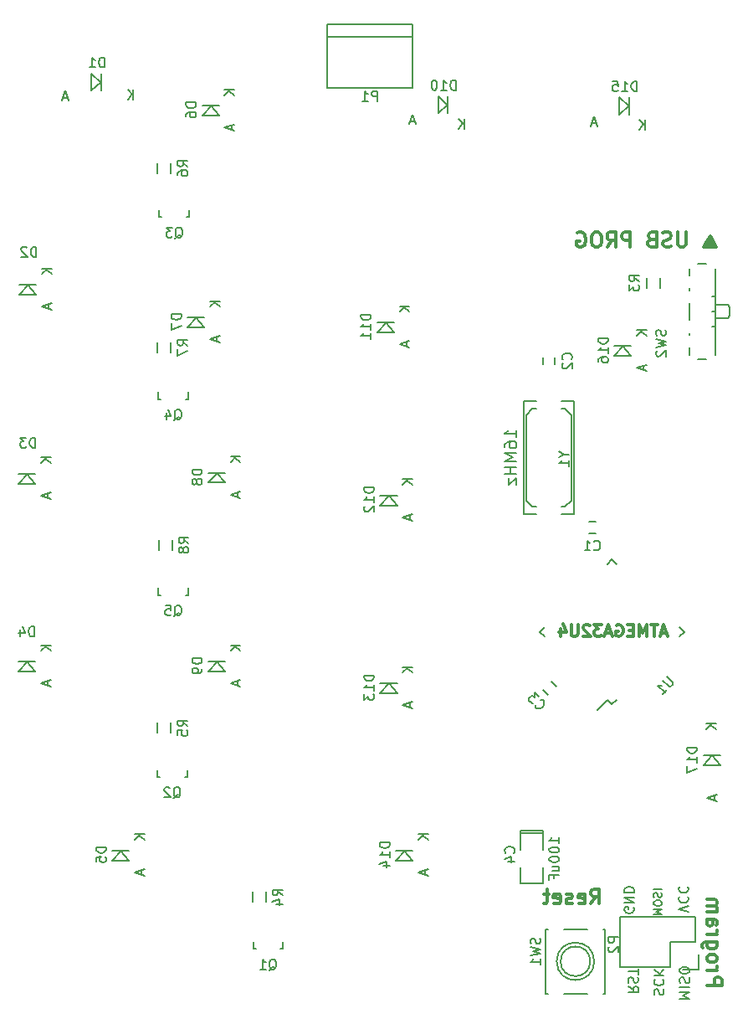
<source format=gbo>
G04 #@! TF.FileFunction,Legend,Bot*
%FSLAX46Y46*%
G04 Gerber Fmt 4.6, Leading zero omitted, Abs format (unit mm)*
G04 Created by KiCad (PCBNEW 4.0.1-stable) date 8/2/2016 8:04:58 AM*
%MOMM*%
G01*
G04 APERTURE LIST*
%ADD10C,0.100000*%
%ADD11C,0.200000*%
%ADD12C,0.300000*%
%ADD13C,0.150000*%
G04 APERTURE END LIST*
D10*
D11*
X161842857Y-88971429D02*
X161842857Y-88285714D01*
X161842857Y-88628572D02*
X160642857Y-88628572D01*
X160814286Y-88514286D01*
X160928571Y-88400000D01*
X160985714Y-88285714D01*
X160642857Y-90000000D02*
X160642857Y-89771429D01*
X160700000Y-89657143D01*
X160757143Y-89600000D01*
X160928571Y-89485714D01*
X161157143Y-89428571D01*
X161614286Y-89428571D01*
X161728571Y-89485714D01*
X161785714Y-89542857D01*
X161842857Y-89657143D01*
X161842857Y-89885714D01*
X161785714Y-90000000D01*
X161728571Y-90057143D01*
X161614286Y-90114286D01*
X161328571Y-90114286D01*
X161214286Y-90057143D01*
X161157143Y-90000000D01*
X161100000Y-89885714D01*
X161100000Y-89657143D01*
X161157143Y-89542857D01*
X161214286Y-89485714D01*
X161328571Y-89428571D01*
X161842857Y-90628571D02*
X160642857Y-90628571D01*
X161500000Y-91028571D01*
X160642857Y-91428571D01*
X161842857Y-91428571D01*
X161842857Y-92000000D02*
X160642857Y-92000000D01*
X161214286Y-92000000D02*
X161214286Y-92685715D01*
X161842857Y-92685715D02*
X160642857Y-92685715D01*
X161042857Y-93142858D02*
X161042857Y-93771429D01*
X161842857Y-93142858D01*
X161842857Y-93771429D01*
D12*
X177028571Y-108800000D02*
X176457142Y-108800000D01*
X177142856Y-109142857D02*
X176742856Y-107942857D01*
X176342856Y-109142857D01*
X176114285Y-107942857D02*
X175428571Y-107942857D01*
X175771428Y-109142857D02*
X175771428Y-107942857D01*
X175028571Y-109142857D02*
X175028571Y-107942857D01*
X174628571Y-108800000D01*
X174228571Y-107942857D01*
X174228571Y-109142857D01*
X173657142Y-108514286D02*
X173257142Y-108514286D01*
X173085713Y-109142857D02*
X173657142Y-109142857D01*
X173657142Y-107942857D01*
X173085713Y-107942857D01*
X171942856Y-108000000D02*
X172057142Y-107942857D01*
X172228571Y-107942857D01*
X172399999Y-108000000D01*
X172514285Y-108114286D01*
X172571428Y-108228571D01*
X172628571Y-108457143D01*
X172628571Y-108628571D01*
X172571428Y-108857143D01*
X172514285Y-108971429D01*
X172399999Y-109085714D01*
X172228571Y-109142857D01*
X172114285Y-109142857D01*
X171942856Y-109085714D01*
X171885713Y-109028571D01*
X171885713Y-108628571D01*
X172114285Y-108628571D01*
X171428571Y-108800000D02*
X170857142Y-108800000D01*
X171542856Y-109142857D02*
X171142856Y-107942857D01*
X170742856Y-109142857D01*
X170457142Y-107942857D02*
X169714285Y-107942857D01*
X170114285Y-108400000D01*
X169942857Y-108400000D01*
X169828571Y-108457143D01*
X169771428Y-108514286D01*
X169714285Y-108628571D01*
X169714285Y-108914286D01*
X169771428Y-109028571D01*
X169828571Y-109085714D01*
X169942857Y-109142857D01*
X170285714Y-109142857D01*
X170400000Y-109085714D01*
X170457142Y-109028571D01*
X169257143Y-108057143D02*
X169200000Y-108000000D01*
X169085714Y-107942857D01*
X168800000Y-107942857D01*
X168685714Y-108000000D01*
X168628571Y-108057143D01*
X168571428Y-108171429D01*
X168571428Y-108285714D01*
X168628571Y-108457143D01*
X169314285Y-109142857D01*
X168571428Y-109142857D01*
X168057143Y-107942857D02*
X168057143Y-108914286D01*
X168000000Y-109028571D01*
X167942857Y-109085714D01*
X167828571Y-109142857D01*
X167600000Y-109142857D01*
X167485714Y-109085714D01*
X167428571Y-109028571D01*
X167371428Y-108914286D01*
X167371428Y-107942857D01*
X166285714Y-108342857D02*
X166285714Y-109142857D01*
X166571428Y-107885714D02*
X166857143Y-108742857D01*
X166114285Y-108742857D01*
X181121429Y-144457142D02*
X182621429Y-144457142D01*
X182621429Y-143885714D01*
X182550000Y-143742856D01*
X182478571Y-143671428D01*
X182335714Y-143599999D01*
X182121429Y-143599999D01*
X181978571Y-143671428D01*
X181907143Y-143742856D01*
X181835714Y-143885714D01*
X181835714Y-144457142D01*
X181121429Y-142957142D02*
X182121429Y-142957142D01*
X181835714Y-142957142D02*
X181978571Y-142885714D01*
X182050000Y-142814285D01*
X182121429Y-142671428D01*
X182121429Y-142528571D01*
X181121429Y-141814285D02*
X181192857Y-141957143D01*
X181264286Y-142028571D01*
X181407143Y-142100000D01*
X181835714Y-142100000D01*
X181978571Y-142028571D01*
X182050000Y-141957143D01*
X182121429Y-141814285D01*
X182121429Y-141600000D01*
X182050000Y-141457143D01*
X181978571Y-141385714D01*
X181835714Y-141314285D01*
X181407143Y-141314285D01*
X181264286Y-141385714D01*
X181192857Y-141457143D01*
X181121429Y-141600000D01*
X181121429Y-141814285D01*
X182121429Y-140028571D02*
X180907143Y-140028571D01*
X180764286Y-140100000D01*
X180692857Y-140171428D01*
X180621429Y-140314285D01*
X180621429Y-140528571D01*
X180692857Y-140671428D01*
X181192857Y-140028571D02*
X181121429Y-140171428D01*
X181121429Y-140457142D01*
X181192857Y-140600000D01*
X181264286Y-140671428D01*
X181407143Y-140742857D01*
X181835714Y-140742857D01*
X181978571Y-140671428D01*
X182050000Y-140600000D01*
X182121429Y-140457142D01*
X182121429Y-140171428D01*
X182050000Y-140028571D01*
X181121429Y-139314285D02*
X182121429Y-139314285D01*
X181835714Y-139314285D02*
X181978571Y-139242857D01*
X182050000Y-139171428D01*
X182121429Y-139028571D01*
X182121429Y-138885714D01*
X181121429Y-137742857D02*
X181907143Y-137742857D01*
X182050000Y-137814286D01*
X182121429Y-137957143D01*
X182121429Y-138242857D01*
X182050000Y-138385714D01*
X181192857Y-137742857D02*
X181121429Y-137885714D01*
X181121429Y-138242857D01*
X181192857Y-138385714D01*
X181335714Y-138457143D01*
X181478571Y-138457143D01*
X181621429Y-138385714D01*
X181692857Y-138242857D01*
X181692857Y-137885714D01*
X181764286Y-137742857D01*
X181121429Y-137028571D02*
X182121429Y-137028571D01*
X181978571Y-137028571D02*
X182050000Y-136957143D01*
X182121429Y-136814285D01*
X182121429Y-136600000D01*
X182050000Y-136457143D01*
X181907143Y-136385714D01*
X181121429Y-136385714D01*
X181907143Y-136385714D02*
X182050000Y-136314285D01*
X182121429Y-136171428D01*
X182121429Y-135957143D01*
X182050000Y-135814285D01*
X181907143Y-135742857D01*
X181121429Y-135742857D01*
D11*
X178347619Y-145771428D02*
X179347619Y-145771428D01*
X178633333Y-145438094D01*
X179347619Y-145104761D01*
X178347619Y-145104761D01*
X178347619Y-144628571D02*
X179347619Y-144628571D01*
X178395238Y-144200000D02*
X178347619Y-144057143D01*
X178347619Y-143819047D01*
X178395238Y-143723809D01*
X178442857Y-143676190D01*
X178538095Y-143628571D01*
X178633333Y-143628571D01*
X178728571Y-143676190D01*
X178776190Y-143723809D01*
X178823810Y-143819047D01*
X178871429Y-144009524D01*
X178919048Y-144104762D01*
X178966667Y-144152381D01*
X179061905Y-144200000D01*
X179157143Y-144200000D01*
X179252381Y-144152381D01*
X179300000Y-144104762D01*
X179347619Y-144009524D01*
X179347619Y-143771428D01*
X179300000Y-143628571D01*
X179347619Y-143009524D02*
X179347619Y-142819047D01*
X179300000Y-142723809D01*
X179204762Y-142628571D01*
X179014286Y-142580952D01*
X178680952Y-142580952D01*
X178490476Y-142628571D01*
X178395238Y-142723809D01*
X178347619Y-142819047D01*
X178347619Y-143009524D01*
X178395238Y-143104762D01*
X178490476Y-143200000D01*
X178680952Y-143247619D01*
X179014286Y-143247619D01*
X179204762Y-143200000D01*
X179300000Y-143104762D01*
X179347619Y-143009524D01*
X175795238Y-145385714D02*
X175747619Y-145242857D01*
X175747619Y-145004761D01*
X175795238Y-144909523D01*
X175842857Y-144861904D01*
X175938095Y-144814285D01*
X176033333Y-144814285D01*
X176128571Y-144861904D01*
X176176190Y-144909523D01*
X176223810Y-145004761D01*
X176271429Y-145195238D01*
X176319048Y-145290476D01*
X176366667Y-145338095D01*
X176461905Y-145385714D01*
X176557143Y-145385714D01*
X176652381Y-145338095D01*
X176700000Y-145290476D01*
X176747619Y-145195238D01*
X176747619Y-144957142D01*
X176700000Y-144814285D01*
X175842857Y-143814285D02*
X175795238Y-143861904D01*
X175747619Y-144004761D01*
X175747619Y-144099999D01*
X175795238Y-144242857D01*
X175890476Y-144338095D01*
X175985714Y-144385714D01*
X176176190Y-144433333D01*
X176319048Y-144433333D01*
X176509524Y-144385714D01*
X176604762Y-144338095D01*
X176700000Y-144242857D01*
X176747619Y-144099999D01*
X176747619Y-144004761D01*
X176700000Y-143861904D01*
X176652381Y-143814285D01*
X175747619Y-143385714D02*
X176747619Y-143385714D01*
X175747619Y-142814285D02*
X176319048Y-143242857D01*
X176747619Y-142814285D02*
X176176190Y-143385714D01*
X173147619Y-144547619D02*
X173623810Y-144880953D01*
X173147619Y-145119048D02*
X174147619Y-145119048D01*
X174147619Y-144738095D01*
X174100000Y-144642857D01*
X174052381Y-144595238D01*
X173957143Y-144547619D01*
X173814286Y-144547619D01*
X173719048Y-144595238D01*
X173671429Y-144642857D01*
X173623810Y-144738095D01*
X173623810Y-145119048D01*
X173195238Y-144166667D02*
X173147619Y-144023810D01*
X173147619Y-143785714D01*
X173195238Y-143690476D01*
X173242857Y-143642857D01*
X173338095Y-143595238D01*
X173433333Y-143595238D01*
X173528571Y-143642857D01*
X173576190Y-143690476D01*
X173623810Y-143785714D01*
X173671429Y-143976191D01*
X173719048Y-144071429D01*
X173766667Y-144119048D01*
X173861905Y-144166667D01*
X173957143Y-144166667D01*
X174052381Y-144119048D01*
X174100000Y-144071429D01*
X174147619Y-143976191D01*
X174147619Y-143738095D01*
X174100000Y-143595238D01*
X174147619Y-143309524D02*
X174147619Y-142738095D01*
X173147619Y-143023810D02*
X174147619Y-143023810D01*
X179247619Y-137033333D02*
X178247619Y-136700000D01*
X179247619Y-136366666D01*
X178342857Y-135461904D02*
X178295238Y-135509523D01*
X178247619Y-135652380D01*
X178247619Y-135747618D01*
X178295238Y-135890476D01*
X178390476Y-135985714D01*
X178485714Y-136033333D01*
X178676190Y-136080952D01*
X178819048Y-136080952D01*
X179009524Y-136033333D01*
X179104762Y-135985714D01*
X179200000Y-135890476D01*
X179247619Y-135747618D01*
X179247619Y-135652380D01*
X179200000Y-135509523D01*
X179152381Y-135461904D01*
X178342857Y-134461904D02*
X178295238Y-134509523D01*
X178247619Y-134652380D01*
X178247619Y-134747618D01*
X178295238Y-134890476D01*
X178390476Y-134985714D01*
X178485714Y-135033333D01*
X178676190Y-135080952D01*
X178819048Y-135080952D01*
X179009524Y-135033333D01*
X179104762Y-134985714D01*
X179200000Y-134890476D01*
X179247619Y-134747618D01*
X179247619Y-134652380D01*
X179200000Y-134509523D01*
X179152381Y-134461904D01*
D13*
X175738095Y-137257143D02*
X176538095Y-137257143D01*
X175966667Y-136990476D01*
X176538095Y-136723809D01*
X175738095Y-136723809D01*
X176538095Y-136190476D02*
X176538095Y-136038095D01*
X176500000Y-135961904D01*
X176423810Y-135885714D01*
X176271429Y-135847619D01*
X176004762Y-135847619D01*
X175852381Y-135885714D01*
X175776190Y-135961904D01*
X175738095Y-136038095D01*
X175738095Y-136190476D01*
X175776190Y-136266666D01*
X175852381Y-136342857D01*
X176004762Y-136380952D01*
X176271429Y-136380952D01*
X176423810Y-136342857D01*
X176500000Y-136266666D01*
X176538095Y-136190476D01*
X175776190Y-135542857D02*
X175738095Y-135428571D01*
X175738095Y-135238095D01*
X175776190Y-135161905D01*
X175814286Y-135123809D01*
X175890476Y-135085714D01*
X175966667Y-135085714D01*
X176042857Y-135123809D01*
X176080952Y-135161905D01*
X176119048Y-135238095D01*
X176157143Y-135390476D01*
X176195238Y-135466667D01*
X176233333Y-135504762D01*
X176309524Y-135542857D01*
X176385714Y-135542857D01*
X176461905Y-135504762D01*
X176500000Y-135466667D01*
X176538095Y-135390476D01*
X176538095Y-135200000D01*
X176500000Y-135085714D01*
X175738095Y-134742857D02*
X176538095Y-134742857D01*
D11*
X173700000Y-136561904D02*
X173747619Y-136657142D01*
X173747619Y-136799999D01*
X173700000Y-136942857D01*
X173604762Y-137038095D01*
X173509524Y-137085714D01*
X173319048Y-137133333D01*
X173176190Y-137133333D01*
X172985714Y-137085714D01*
X172890476Y-137038095D01*
X172795238Y-136942857D01*
X172747619Y-136799999D01*
X172747619Y-136704761D01*
X172795238Y-136561904D01*
X172842857Y-136514285D01*
X173176190Y-136514285D01*
X173176190Y-136704761D01*
X172747619Y-136085714D02*
X173747619Y-136085714D01*
X172747619Y-135514285D01*
X173747619Y-135514285D01*
X172747619Y-135038095D02*
X173747619Y-135038095D01*
X173747619Y-134800000D01*
X173700000Y-134657142D01*
X173604762Y-134561904D01*
X173509524Y-134514285D01*
X173319048Y-134466666D01*
X173176190Y-134466666D01*
X172985714Y-134514285D01*
X172890476Y-134561904D01*
X172795238Y-134657142D01*
X172747619Y-134800000D01*
X172747619Y-135038095D01*
D12*
X169357142Y-136178571D02*
X169857142Y-135464286D01*
X170214285Y-136178571D02*
X170214285Y-134678571D01*
X169642857Y-134678571D01*
X169499999Y-134750000D01*
X169428571Y-134821429D01*
X169357142Y-134964286D01*
X169357142Y-135178571D01*
X169428571Y-135321429D01*
X169499999Y-135392857D01*
X169642857Y-135464286D01*
X170214285Y-135464286D01*
X168142857Y-136107143D02*
X168285714Y-136178571D01*
X168571428Y-136178571D01*
X168714285Y-136107143D01*
X168785714Y-135964286D01*
X168785714Y-135392857D01*
X168714285Y-135250000D01*
X168571428Y-135178571D01*
X168285714Y-135178571D01*
X168142857Y-135250000D01*
X168071428Y-135392857D01*
X168071428Y-135535714D01*
X168785714Y-135678571D01*
X167500000Y-136107143D02*
X167357143Y-136178571D01*
X167071428Y-136178571D01*
X166928571Y-136107143D01*
X166857143Y-135964286D01*
X166857143Y-135892857D01*
X166928571Y-135750000D01*
X167071428Y-135678571D01*
X167285714Y-135678571D01*
X167428571Y-135607143D01*
X167500000Y-135464286D01*
X167500000Y-135392857D01*
X167428571Y-135250000D01*
X167285714Y-135178571D01*
X167071428Y-135178571D01*
X166928571Y-135250000D01*
X165642857Y-136107143D02*
X165785714Y-136178571D01*
X166071428Y-136178571D01*
X166214285Y-136107143D01*
X166285714Y-135964286D01*
X166285714Y-135392857D01*
X166214285Y-135250000D01*
X166071428Y-135178571D01*
X165785714Y-135178571D01*
X165642857Y-135250000D01*
X165571428Y-135392857D01*
X165571428Y-135535714D01*
X166285714Y-135678571D01*
X165142857Y-135178571D02*
X164571428Y-135178571D01*
X164928571Y-134678571D02*
X164928571Y-135964286D01*
X164857143Y-136107143D01*
X164714285Y-136178571D01*
X164571428Y-136178571D01*
X182000000Y-69707143D02*
X182000000Y-69778571D01*
X181928572Y-69564286D02*
X181928572Y-69778571D01*
X181857143Y-69421429D02*
X181857143Y-69778571D01*
X181785714Y-69278571D02*
X181785714Y-69778571D01*
X181714286Y-69207143D02*
X181714286Y-69778571D01*
X181642857Y-69064286D02*
X181642857Y-69778571D01*
X181571429Y-68921429D02*
X181571429Y-69778571D01*
X181500000Y-68778571D02*
X181500000Y-69778571D01*
X181428572Y-68635714D02*
X181428572Y-69778571D01*
X181357143Y-68778571D02*
X181357143Y-69778571D01*
X181285714Y-68921429D02*
X181285714Y-69778571D01*
X181214286Y-69064286D02*
X181214286Y-69778571D01*
X181142857Y-69207143D02*
X181142857Y-69778571D01*
X181071429Y-69278571D02*
X181071429Y-69778571D01*
X181000000Y-69421429D02*
X181000000Y-69778571D01*
X180928572Y-69564286D02*
X180928572Y-69778571D01*
X180857143Y-69778571D02*
X181428572Y-68707143D01*
X182000000Y-69778571D01*
X180857143Y-69707143D02*
X180857143Y-69778571D01*
X181428572Y-68635714D02*
X180785714Y-69778571D01*
X182071429Y-69778571D01*
X181428572Y-68635714D01*
X179000000Y-68278571D02*
X179000000Y-69492857D01*
X178928572Y-69635714D01*
X178857143Y-69707143D01*
X178714286Y-69778571D01*
X178428572Y-69778571D01*
X178285714Y-69707143D01*
X178214286Y-69635714D01*
X178142857Y-69492857D01*
X178142857Y-68278571D01*
X177500000Y-69707143D02*
X177285714Y-69778571D01*
X176928571Y-69778571D01*
X176785714Y-69707143D01*
X176714285Y-69635714D01*
X176642857Y-69492857D01*
X176642857Y-69350000D01*
X176714285Y-69207143D01*
X176785714Y-69135714D01*
X176928571Y-69064286D01*
X177214285Y-68992857D01*
X177357143Y-68921429D01*
X177428571Y-68850000D01*
X177500000Y-68707143D01*
X177500000Y-68564286D01*
X177428571Y-68421429D01*
X177357143Y-68350000D01*
X177214285Y-68278571D01*
X176857143Y-68278571D01*
X176642857Y-68350000D01*
X175500000Y-68992857D02*
X175285714Y-69064286D01*
X175214286Y-69135714D01*
X175142857Y-69278571D01*
X175142857Y-69492857D01*
X175214286Y-69635714D01*
X175285714Y-69707143D01*
X175428572Y-69778571D01*
X176000000Y-69778571D01*
X176000000Y-68278571D01*
X175500000Y-68278571D01*
X175357143Y-68350000D01*
X175285714Y-68421429D01*
X175214286Y-68564286D01*
X175214286Y-68707143D01*
X175285714Y-68850000D01*
X175357143Y-68921429D01*
X175500000Y-68992857D01*
X176000000Y-68992857D01*
X173357143Y-69778571D02*
X173357143Y-68278571D01*
X172785715Y-68278571D01*
X172642857Y-68350000D01*
X172571429Y-68421429D01*
X172500000Y-68564286D01*
X172500000Y-68778571D01*
X172571429Y-68921429D01*
X172642857Y-68992857D01*
X172785715Y-69064286D01*
X173357143Y-69064286D01*
X171000000Y-69778571D02*
X171500000Y-69064286D01*
X171857143Y-69778571D02*
X171857143Y-68278571D01*
X171285715Y-68278571D01*
X171142857Y-68350000D01*
X171071429Y-68421429D01*
X171000000Y-68564286D01*
X171000000Y-68778571D01*
X171071429Y-68921429D01*
X171142857Y-68992857D01*
X171285715Y-69064286D01*
X171857143Y-69064286D01*
X170071429Y-68278571D02*
X169785715Y-68278571D01*
X169642857Y-68350000D01*
X169500000Y-68492857D01*
X169428572Y-68778571D01*
X169428572Y-69278571D01*
X169500000Y-69564286D01*
X169642857Y-69707143D01*
X169785715Y-69778571D01*
X170071429Y-69778571D01*
X170214286Y-69707143D01*
X170357143Y-69564286D01*
X170428572Y-69278571D01*
X170428572Y-68778571D01*
X170357143Y-68492857D01*
X170214286Y-68350000D01*
X170071429Y-68278571D01*
X168000000Y-68350000D02*
X168142857Y-68278571D01*
X168357143Y-68278571D01*
X168571428Y-68350000D01*
X168714286Y-68492857D01*
X168785714Y-68635714D01*
X168857143Y-68921429D01*
X168857143Y-69135714D01*
X168785714Y-69421429D01*
X168714286Y-69564286D01*
X168571428Y-69707143D01*
X168357143Y-69778571D01*
X168214286Y-69778571D01*
X168000000Y-69707143D01*
X167928571Y-69635714D01*
X167928571Y-69135714D01*
X168214286Y-69135714D01*
D13*
X169150000Y-98700000D02*
X169850000Y-98700000D01*
X169850000Y-97500000D02*
X169150000Y-97500000D01*
X165700000Y-81650000D02*
X165700000Y-80950000D01*
X164500000Y-80950000D02*
X164500000Y-81650000D01*
X164528249Y-114576777D02*
X165023223Y-115071751D01*
X165871751Y-114223223D02*
X165376777Y-113728249D01*
X119800240Y-53150800D02*
X118799480Y-52250000D01*
X118799480Y-52250000D02*
X118799480Y-53950000D01*
X118799480Y-53950000D02*
X119800240Y-53100000D01*
X119800240Y-52250000D02*
X119800240Y-53950000D01*
X112450800Y-73599760D02*
X111550000Y-74600520D01*
X111550000Y-74600520D02*
X113250000Y-74600520D01*
X113250000Y-74600520D02*
X112400000Y-73599760D01*
X111550000Y-73599760D02*
X113250000Y-73599760D01*
X112350800Y-92699760D02*
X111450000Y-93700520D01*
X111450000Y-93700520D02*
X113150000Y-93700520D01*
X113150000Y-93700520D02*
X112300000Y-92699760D01*
X111450000Y-92699760D02*
X113150000Y-92699760D01*
X112350800Y-111699760D02*
X111450000Y-112700520D01*
X111450000Y-112700520D02*
X113150000Y-112700520D01*
X113150000Y-112700520D02*
X112300000Y-111699760D01*
X111450000Y-111699760D02*
X113150000Y-111699760D01*
X121850800Y-130799760D02*
X120950000Y-131800520D01*
X120950000Y-131800520D02*
X122650000Y-131800520D01*
X122650000Y-131800520D02*
X121800000Y-130799760D01*
X120950000Y-130799760D02*
X122650000Y-130799760D01*
X130950800Y-55499760D02*
X130050000Y-56500520D01*
X130050000Y-56500520D02*
X131750000Y-56500520D01*
X131750000Y-56500520D02*
X130900000Y-55499760D01*
X130050000Y-55499760D02*
X131750000Y-55499760D01*
X129450800Y-76899760D02*
X128550000Y-77900520D01*
X128550000Y-77900520D02*
X130250000Y-77900520D01*
X130250000Y-77900520D02*
X129400000Y-76899760D01*
X128550000Y-76899760D02*
X130250000Y-76899760D01*
X131550800Y-92599760D02*
X130650000Y-93600520D01*
X130650000Y-93600520D02*
X132350000Y-93600520D01*
X132350000Y-93600520D02*
X131500000Y-92599760D01*
X130650000Y-92599760D02*
X132350000Y-92599760D01*
X131550800Y-111699760D02*
X130650000Y-112700520D01*
X130650000Y-112700520D02*
X132350000Y-112700520D01*
X132350000Y-112700520D02*
X131500000Y-111699760D01*
X130650000Y-111699760D02*
X132350000Y-111699760D01*
X154900240Y-55450800D02*
X153899480Y-54550000D01*
X153899480Y-54550000D02*
X153899480Y-56250000D01*
X153899480Y-56250000D02*
X154900240Y-55400000D01*
X154900240Y-54550000D02*
X154900240Y-56250000D01*
X148650800Y-77399760D02*
X147750000Y-78400520D01*
X147750000Y-78400520D02*
X149450000Y-78400520D01*
X149450000Y-78400520D02*
X148600000Y-77399760D01*
X147750000Y-77399760D02*
X149450000Y-77399760D01*
X148950800Y-94899760D02*
X148050000Y-95900520D01*
X148050000Y-95900520D02*
X149750000Y-95900520D01*
X149750000Y-95900520D02*
X148900000Y-94899760D01*
X148050000Y-94899760D02*
X149750000Y-94899760D01*
X148950800Y-113899760D02*
X148050000Y-114900520D01*
X148050000Y-114900520D02*
X149750000Y-114900520D01*
X149750000Y-114900520D02*
X148900000Y-113899760D01*
X148050000Y-113899760D02*
X149750000Y-113899760D01*
X150550800Y-130799760D02*
X149650000Y-131800520D01*
X149650000Y-131800520D02*
X151350000Y-131800520D01*
X151350000Y-131800520D02*
X150500000Y-130799760D01*
X149650000Y-130799760D02*
X151350000Y-130799760D01*
X173200240Y-55550800D02*
X172199480Y-54650000D01*
X172199480Y-54650000D02*
X172199480Y-56350000D01*
X172199480Y-56350000D02*
X173200240Y-55500000D01*
X173200240Y-54650000D02*
X173200240Y-56350000D01*
X172650800Y-79799760D02*
X171750000Y-80800520D01*
X171750000Y-80800520D02*
X173450000Y-80800520D01*
X173450000Y-80800520D02*
X172600000Y-79799760D01*
X171750000Y-79799760D02*
X173450000Y-79799760D01*
X181650800Y-121199760D02*
X180750000Y-122200520D01*
X180750000Y-122200520D02*
X182450000Y-122200520D01*
X182450000Y-122200520D02*
X181600000Y-121199760D01*
X180750000Y-121199760D02*
X182450000Y-121199760D01*
X142649100Y-47282540D02*
X151349100Y-47282540D01*
X142649100Y-53687540D02*
X151349100Y-53687540D01*
X151349100Y-53687540D02*
X151349100Y-47282540D01*
X151349100Y-48512540D02*
X142649100Y-48512540D01*
X142649100Y-47282540D02*
X142649100Y-53687540D01*
X177430000Y-142570000D02*
X172350000Y-142570000D01*
X180250000Y-142850000D02*
X180250000Y-141300000D01*
X179970000Y-140030000D02*
X177430000Y-140030000D01*
X177430000Y-140030000D02*
X177430000Y-142570000D01*
X172350000Y-142570000D02*
X172350000Y-137490000D01*
X172350000Y-137490000D02*
X177430000Y-137490000D01*
X180250000Y-142850000D02*
X178700000Y-142850000D01*
X179970000Y-137490000D02*
X179970000Y-140030000D01*
X177430000Y-137490000D02*
X179970000Y-137490000D01*
X137999160Y-140750240D02*
X137950900Y-140750240D01*
X135200180Y-140049200D02*
X135200180Y-140750240D01*
X135200180Y-140750240D02*
X135449100Y-140750240D01*
X137999160Y-140750240D02*
X138199820Y-140750240D01*
X138199820Y-140750240D02*
X138199820Y-140049200D01*
X128299160Y-123350240D02*
X128250900Y-123350240D01*
X125500180Y-122649200D02*
X125500180Y-123350240D01*
X125500180Y-123350240D02*
X125749100Y-123350240D01*
X128299160Y-123350240D02*
X128499820Y-123350240D01*
X128499820Y-123350240D02*
X128499820Y-122649200D01*
X128499160Y-66750240D02*
X128450900Y-66750240D01*
X125700180Y-66049200D02*
X125700180Y-66750240D01*
X125700180Y-66750240D02*
X125949100Y-66750240D01*
X128499160Y-66750240D02*
X128699820Y-66750240D01*
X128699820Y-66750240D02*
X128699820Y-66049200D01*
X128399160Y-85150240D02*
X128350900Y-85150240D01*
X125600180Y-84449200D02*
X125600180Y-85150240D01*
X125600180Y-85150240D02*
X125849100Y-85150240D01*
X128399160Y-85150240D02*
X128599820Y-85150240D01*
X128599820Y-85150240D02*
X128599820Y-84449200D01*
X128399160Y-104950240D02*
X128350900Y-104950240D01*
X125600180Y-104249200D02*
X125600180Y-104950240D01*
X125600180Y-104950240D02*
X125849100Y-104950240D01*
X128399160Y-104950240D02*
X128599820Y-104950240D01*
X128599820Y-104950240D02*
X128599820Y-104249200D01*
X176375000Y-73900000D02*
X176375000Y-72900000D01*
X175025000Y-72900000D02*
X175025000Y-73900000D01*
X135125000Y-135000000D02*
X135125000Y-136000000D01*
X136475000Y-136000000D02*
X136475000Y-135000000D01*
X125525000Y-117900000D02*
X125525000Y-118900000D01*
X126875000Y-118900000D02*
X126875000Y-117900000D01*
X125525000Y-61300000D02*
X125525000Y-62300000D01*
X126875000Y-62300000D02*
X126875000Y-61300000D01*
X125525000Y-79400000D02*
X125525000Y-80400000D01*
X126875000Y-80400000D02*
X126875000Y-79400000D01*
X125625000Y-99400000D02*
X125625000Y-100400000D01*
X126975000Y-100400000D02*
X126975000Y-99400000D01*
X181925000Y-74800000D02*
X181625000Y-74800000D01*
X181625000Y-77800000D02*
X181925000Y-77800000D01*
X181625000Y-76300000D02*
X181925000Y-76300000D01*
X179325000Y-71950000D02*
X179325000Y-72650000D01*
X179325000Y-79950000D02*
X179325000Y-80650000D01*
X179325000Y-73950000D02*
X179325000Y-74150000D01*
X179325000Y-78450000D02*
X179325000Y-78650000D01*
X183225000Y-75650000D02*
X183425000Y-75850000D01*
X183225000Y-76950000D02*
X183425000Y-76750000D01*
X181925000Y-75650000D02*
X183225000Y-75650000D01*
X183425000Y-76750000D02*
X183425000Y-75850000D01*
X183225000Y-76950000D02*
X181925000Y-76950000D01*
X181925000Y-71950000D02*
X181925000Y-80650000D01*
X179325000Y-75450000D02*
X179325000Y-77150000D01*
X180225000Y-71450000D02*
X181025000Y-71450000D01*
X181025000Y-81150000D02*
X180225000Y-81150000D01*
X171500000Y-116018555D02*
X171026238Y-115544794D01*
X178818555Y-108700000D02*
X178344794Y-108226238D01*
X171500000Y-101381445D02*
X171973762Y-101855206D01*
X164181445Y-108700000D02*
X164655206Y-109173762D01*
X171500000Y-116018555D02*
X171973762Y-115544794D01*
X164181445Y-108700000D02*
X164655206Y-108226238D01*
X171500000Y-101381445D02*
X171026238Y-101855206D01*
X178818555Y-108700000D02*
X178344794Y-109173762D01*
X171026238Y-115544794D02*
X169983256Y-116587776D01*
X166751000Y-96053000D02*
X166370000Y-96053000D01*
X163449000Y-96053000D02*
X163830000Y-96053000D01*
X163449000Y-86147000D02*
X163830000Y-86147000D01*
X166751000Y-86147000D02*
X166370000Y-86147000D01*
X167640000Y-85385000D02*
X166370000Y-85385000D01*
X162560000Y-85385000D02*
X163830000Y-85385000D01*
X162560000Y-96815000D02*
X163830000Y-96815000D01*
X167640000Y-96815000D02*
X166370000Y-96815000D01*
X163449000Y-96053000D02*
X162814000Y-95418000D01*
X162814000Y-95418000D02*
X162814000Y-86782000D01*
X162814000Y-86782000D02*
X163449000Y-86147000D01*
X166751000Y-86147000D02*
X167386000Y-86782000D01*
X167386000Y-86782000D02*
X167386000Y-95418000D01*
X167386000Y-95418000D02*
X166751000Y-96053000D01*
X162560000Y-85385000D02*
X162560000Y-96815000D01*
X167640000Y-96815000D02*
X167640000Y-85385000D01*
X164800000Y-145250000D02*
X165000000Y-145250000D01*
X170800000Y-145250000D02*
X170600000Y-145250000D01*
X170800000Y-138750000D02*
X170600000Y-138750000D01*
X164800000Y-138750000D02*
X165000000Y-138750000D01*
X166600000Y-138750000D02*
X169000000Y-138750000D01*
X166600000Y-145250000D02*
X169000000Y-145250000D01*
X164800000Y-145250000D02*
X164800000Y-138750000D01*
X170800000Y-138750000D02*
X170800000Y-145250000D01*
X169700000Y-142000000D02*
G75*
G03X169700000Y-142000000I-1900000J0D01*
G01*
X169300000Y-142000000D02*
G75*
G03X169300000Y-142000000I-1500000J0D01*
G01*
X162257000Y-129060000D02*
X162257000Y-128806000D01*
X162257000Y-128806000D02*
X164543000Y-128806000D01*
X164543000Y-128806000D02*
X164543000Y-129060000D01*
X162257000Y-129060000D02*
X164543000Y-129060000D01*
X164543000Y-129060000D02*
X164543000Y-130711000D01*
X162257000Y-132489000D02*
X162257000Y-134140000D01*
X162257000Y-134140000D02*
X164543000Y-134140000D01*
X164543000Y-134140000D02*
X164543000Y-132489000D01*
X162257000Y-130711000D02*
X162257000Y-129060000D01*
X169666666Y-100357143D02*
X169714285Y-100404762D01*
X169857142Y-100452381D01*
X169952380Y-100452381D01*
X170095238Y-100404762D01*
X170190476Y-100309524D01*
X170238095Y-100214286D01*
X170285714Y-100023810D01*
X170285714Y-99880952D01*
X170238095Y-99690476D01*
X170190476Y-99595238D01*
X170095238Y-99500000D01*
X169952380Y-99452381D01*
X169857142Y-99452381D01*
X169714285Y-99500000D01*
X169666666Y-99547619D01*
X168714285Y-100452381D02*
X169285714Y-100452381D01*
X169000000Y-100452381D02*
X169000000Y-99452381D01*
X169095238Y-99595238D01*
X169190476Y-99690476D01*
X169285714Y-99738095D01*
X167357143Y-81133334D02*
X167404762Y-81085715D01*
X167452381Y-80942858D01*
X167452381Y-80847620D01*
X167404762Y-80704762D01*
X167309524Y-80609524D01*
X167214286Y-80561905D01*
X167023810Y-80514286D01*
X166880952Y-80514286D01*
X166690476Y-80561905D01*
X166595238Y-80609524D01*
X166500000Y-80704762D01*
X166452381Y-80847620D01*
X166452381Y-80942858D01*
X166500000Y-81085715D01*
X166547619Y-81133334D01*
X166547619Y-81514286D02*
X166500000Y-81561905D01*
X166452381Y-81657143D01*
X166452381Y-81895239D01*
X166500000Y-81990477D01*
X166547619Y-82038096D01*
X166642857Y-82085715D01*
X166738095Y-82085715D01*
X166880952Y-82038096D01*
X167452381Y-81466667D01*
X167452381Y-82085715D01*
X163721809Y-116113892D02*
X163721809Y-116181235D01*
X163789153Y-116315922D01*
X163856496Y-116383266D01*
X163991184Y-116450610D01*
X164125871Y-116450610D01*
X164226886Y-116416938D01*
X164395244Y-116315923D01*
X164496260Y-116214907D01*
X164597275Y-116046548D01*
X164630947Y-115945533D01*
X164630947Y-115810846D01*
X164563603Y-115676159D01*
X164496260Y-115608815D01*
X164361573Y-115541472D01*
X164294229Y-115541472D01*
X164125871Y-115238427D02*
X163688138Y-114800693D01*
X163654467Y-115305770D01*
X163553451Y-115204754D01*
X163452436Y-115171082D01*
X163385092Y-115171082D01*
X163284076Y-115204755D01*
X163115718Y-115373113D01*
X163082046Y-115474129D01*
X163082046Y-115541472D01*
X163115718Y-115642487D01*
X163317749Y-115844518D01*
X163418764Y-115878190D01*
X163486107Y-115878190D01*
X120138095Y-51602381D02*
X120138095Y-50602381D01*
X119900000Y-50602381D01*
X119757142Y-50650000D01*
X119661904Y-50745238D01*
X119614285Y-50840476D01*
X119566666Y-51030952D01*
X119566666Y-51173810D01*
X119614285Y-51364286D01*
X119661904Y-51459524D01*
X119757142Y-51554762D01*
X119900000Y-51602381D01*
X120138095Y-51602381D01*
X118614285Y-51602381D02*
X119185714Y-51602381D01*
X118900000Y-51602381D02*
X118900000Y-50602381D01*
X118995238Y-50745238D01*
X119090476Y-50840476D01*
X119185714Y-50888095D01*
X123061905Y-54852381D02*
X123061905Y-53852381D01*
X122490476Y-54852381D02*
X122919048Y-54280952D01*
X122490476Y-53852381D02*
X123061905Y-54423810D01*
X116438095Y-54666667D02*
X115961904Y-54666667D01*
X116533333Y-54952381D02*
X116200000Y-53952381D01*
X115866666Y-54952381D01*
X113238095Y-70752381D02*
X113238095Y-69752381D01*
X113000000Y-69752381D01*
X112857142Y-69800000D01*
X112761904Y-69895238D01*
X112714285Y-69990476D01*
X112666666Y-70180952D01*
X112666666Y-70323810D01*
X112714285Y-70514286D01*
X112761904Y-70609524D01*
X112857142Y-70704762D01*
X113000000Y-70752381D01*
X113238095Y-70752381D01*
X112285714Y-69847619D02*
X112238095Y-69800000D01*
X112142857Y-69752381D01*
X111904761Y-69752381D01*
X111809523Y-69800000D01*
X111761904Y-69847619D01*
X111714285Y-69942857D01*
X111714285Y-70038095D01*
X111761904Y-70180952D01*
X112333333Y-70752381D01*
X111714285Y-70752381D01*
X114802381Y-71938095D02*
X113802381Y-71938095D01*
X114802381Y-72509524D02*
X114230952Y-72080952D01*
X113802381Y-72509524D02*
X114373810Y-71938095D01*
X114516667Y-75561905D02*
X114516667Y-76038096D01*
X114802381Y-75466667D02*
X113802381Y-75800000D01*
X114802381Y-76133334D01*
X113138095Y-90052381D02*
X113138095Y-89052381D01*
X112900000Y-89052381D01*
X112757142Y-89100000D01*
X112661904Y-89195238D01*
X112614285Y-89290476D01*
X112566666Y-89480952D01*
X112566666Y-89623810D01*
X112614285Y-89814286D01*
X112661904Y-89909524D01*
X112757142Y-90004762D01*
X112900000Y-90052381D01*
X113138095Y-90052381D01*
X112233333Y-89052381D02*
X111614285Y-89052381D01*
X111947619Y-89433333D01*
X111804761Y-89433333D01*
X111709523Y-89480952D01*
X111661904Y-89528571D01*
X111614285Y-89623810D01*
X111614285Y-89861905D01*
X111661904Y-89957143D01*
X111709523Y-90004762D01*
X111804761Y-90052381D01*
X112090476Y-90052381D01*
X112185714Y-90004762D01*
X112233333Y-89957143D01*
X114702381Y-91038095D02*
X113702381Y-91038095D01*
X114702381Y-91609524D02*
X114130952Y-91180952D01*
X113702381Y-91609524D02*
X114273810Y-91038095D01*
X114416667Y-94661905D02*
X114416667Y-95138096D01*
X114702381Y-94566667D02*
X113702381Y-94900000D01*
X114702381Y-95233334D01*
X113038095Y-109152381D02*
X113038095Y-108152381D01*
X112800000Y-108152381D01*
X112657142Y-108200000D01*
X112561904Y-108295238D01*
X112514285Y-108390476D01*
X112466666Y-108580952D01*
X112466666Y-108723810D01*
X112514285Y-108914286D01*
X112561904Y-109009524D01*
X112657142Y-109104762D01*
X112800000Y-109152381D01*
X113038095Y-109152381D01*
X111609523Y-108485714D02*
X111609523Y-109152381D01*
X111847619Y-108104762D02*
X112085714Y-108819048D01*
X111466666Y-108819048D01*
X114702381Y-110038095D02*
X113702381Y-110038095D01*
X114702381Y-110609524D02*
X114130952Y-110180952D01*
X113702381Y-110609524D02*
X114273810Y-110038095D01*
X114416667Y-113661905D02*
X114416667Y-114138096D01*
X114702381Y-113566667D02*
X113702381Y-113900000D01*
X114702381Y-114233334D01*
X120302381Y-130461905D02*
X119302381Y-130461905D01*
X119302381Y-130700000D01*
X119350000Y-130842858D01*
X119445238Y-130938096D01*
X119540476Y-130985715D01*
X119730952Y-131033334D01*
X119873810Y-131033334D01*
X120064286Y-130985715D01*
X120159524Y-130938096D01*
X120254762Y-130842858D01*
X120302381Y-130700000D01*
X120302381Y-130461905D01*
X119302381Y-131938096D02*
X119302381Y-131461905D01*
X119778571Y-131414286D01*
X119730952Y-131461905D01*
X119683333Y-131557143D01*
X119683333Y-131795239D01*
X119730952Y-131890477D01*
X119778571Y-131938096D01*
X119873810Y-131985715D01*
X120111905Y-131985715D01*
X120207143Y-131938096D01*
X120254762Y-131890477D01*
X120302381Y-131795239D01*
X120302381Y-131557143D01*
X120254762Y-131461905D01*
X120207143Y-131414286D01*
X124202381Y-129138095D02*
X123202381Y-129138095D01*
X124202381Y-129709524D02*
X123630952Y-129280952D01*
X123202381Y-129709524D02*
X123773810Y-129138095D01*
X123916667Y-132761905D02*
X123916667Y-133238096D01*
X124202381Y-132666667D02*
X123202381Y-133000000D01*
X124202381Y-133333334D01*
X129402381Y-55161905D02*
X128402381Y-55161905D01*
X128402381Y-55400000D01*
X128450000Y-55542858D01*
X128545238Y-55638096D01*
X128640476Y-55685715D01*
X128830952Y-55733334D01*
X128973810Y-55733334D01*
X129164286Y-55685715D01*
X129259524Y-55638096D01*
X129354762Y-55542858D01*
X129402381Y-55400000D01*
X129402381Y-55161905D01*
X128402381Y-56590477D02*
X128402381Y-56400000D01*
X128450000Y-56304762D01*
X128497619Y-56257143D01*
X128640476Y-56161905D01*
X128830952Y-56114286D01*
X129211905Y-56114286D01*
X129307143Y-56161905D01*
X129354762Y-56209524D01*
X129402381Y-56304762D01*
X129402381Y-56495239D01*
X129354762Y-56590477D01*
X129307143Y-56638096D01*
X129211905Y-56685715D01*
X128973810Y-56685715D01*
X128878571Y-56638096D01*
X128830952Y-56590477D01*
X128783333Y-56495239D01*
X128783333Y-56304762D01*
X128830952Y-56209524D01*
X128878571Y-56161905D01*
X128973810Y-56114286D01*
X133302381Y-53838095D02*
X132302381Y-53838095D01*
X133302381Y-54409524D02*
X132730952Y-53980952D01*
X132302381Y-54409524D02*
X132873810Y-53838095D01*
X133016667Y-57461905D02*
X133016667Y-57938096D01*
X133302381Y-57366667D02*
X132302381Y-57700000D01*
X133302381Y-58033334D01*
X127902381Y-76561905D02*
X126902381Y-76561905D01*
X126902381Y-76800000D01*
X126950000Y-76942858D01*
X127045238Y-77038096D01*
X127140476Y-77085715D01*
X127330952Y-77133334D01*
X127473810Y-77133334D01*
X127664286Y-77085715D01*
X127759524Y-77038096D01*
X127854762Y-76942858D01*
X127902381Y-76800000D01*
X127902381Y-76561905D01*
X126902381Y-77466667D02*
X126902381Y-78133334D01*
X127902381Y-77704762D01*
X131802381Y-75238095D02*
X130802381Y-75238095D01*
X131802381Y-75809524D02*
X131230952Y-75380952D01*
X130802381Y-75809524D02*
X131373810Y-75238095D01*
X131516667Y-78861905D02*
X131516667Y-79338096D01*
X131802381Y-78766667D02*
X130802381Y-79100000D01*
X131802381Y-79433334D01*
X130002381Y-92261905D02*
X129002381Y-92261905D01*
X129002381Y-92500000D01*
X129050000Y-92642858D01*
X129145238Y-92738096D01*
X129240476Y-92785715D01*
X129430952Y-92833334D01*
X129573810Y-92833334D01*
X129764286Y-92785715D01*
X129859524Y-92738096D01*
X129954762Y-92642858D01*
X130002381Y-92500000D01*
X130002381Y-92261905D01*
X129430952Y-93404762D02*
X129383333Y-93309524D01*
X129335714Y-93261905D01*
X129240476Y-93214286D01*
X129192857Y-93214286D01*
X129097619Y-93261905D01*
X129050000Y-93309524D01*
X129002381Y-93404762D01*
X129002381Y-93595239D01*
X129050000Y-93690477D01*
X129097619Y-93738096D01*
X129192857Y-93785715D01*
X129240476Y-93785715D01*
X129335714Y-93738096D01*
X129383333Y-93690477D01*
X129430952Y-93595239D01*
X129430952Y-93404762D01*
X129478571Y-93309524D01*
X129526190Y-93261905D01*
X129621429Y-93214286D01*
X129811905Y-93214286D01*
X129907143Y-93261905D01*
X129954762Y-93309524D01*
X130002381Y-93404762D01*
X130002381Y-93595239D01*
X129954762Y-93690477D01*
X129907143Y-93738096D01*
X129811905Y-93785715D01*
X129621429Y-93785715D01*
X129526190Y-93738096D01*
X129478571Y-93690477D01*
X129430952Y-93595239D01*
X133902381Y-90938095D02*
X132902381Y-90938095D01*
X133902381Y-91509524D02*
X133330952Y-91080952D01*
X132902381Y-91509524D02*
X133473810Y-90938095D01*
X133616667Y-94561905D02*
X133616667Y-95038096D01*
X133902381Y-94466667D02*
X132902381Y-94800000D01*
X133902381Y-95133334D01*
X130002381Y-111361905D02*
X129002381Y-111361905D01*
X129002381Y-111600000D01*
X129050000Y-111742858D01*
X129145238Y-111838096D01*
X129240476Y-111885715D01*
X129430952Y-111933334D01*
X129573810Y-111933334D01*
X129764286Y-111885715D01*
X129859524Y-111838096D01*
X129954762Y-111742858D01*
X130002381Y-111600000D01*
X130002381Y-111361905D01*
X130002381Y-112409524D02*
X130002381Y-112600000D01*
X129954762Y-112695239D01*
X129907143Y-112742858D01*
X129764286Y-112838096D01*
X129573810Y-112885715D01*
X129192857Y-112885715D01*
X129097619Y-112838096D01*
X129050000Y-112790477D01*
X129002381Y-112695239D01*
X129002381Y-112504762D01*
X129050000Y-112409524D01*
X129097619Y-112361905D01*
X129192857Y-112314286D01*
X129430952Y-112314286D01*
X129526190Y-112361905D01*
X129573810Y-112409524D01*
X129621429Y-112504762D01*
X129621429Y-112695239D01*
X129573810Y-112790477D01*
X129526190Y-112838096D01*
X129430952Y-112885715D01*
X133902381Y-110038095D02*
X132902381Y-110038095D01*
X133902381Y-110609524D02*
X133330952Y-110180952D01*
X132902381Y-110609524D02*
X133473810Y-110038095D01*
X133616667Y-113661905D02*
X133616667Y-114138096D01*
X133902381Y-113566667D02*
X132902381Y-113900000D01*
X133902381Y-114233334D01*
X155714286Y-53902381D02*
X155714286Y-52902381D01*
X155476191Y-52902381D01*
X155333333Y-52950000D01*
X155238095Y-53045238D01*
X155190476Y-53140476D01*
X155142857Y-53330952D01*
X155142857Y-53473810D01*
X155190476Y-53664286D01*
X155238095Y-53759524D01*
X155333333Y-53854762D01*
X155476191Y-53902381D01*
X155714286Y-53902381D01*
X154190476Y-53902381D02*
X154761905Y-53902381D01*
X154476191Y-53902381D02*
X154476191Y-52902381D01*
X154571429Y-53045238D01*
X154666667Y-53140476D01*
X154761905Y-53188095D01*
X153571429Y-52902381D02*
X153476190Y-52902381D01*
X153380952Y-52950000D01*
X153333333Y-52997619D01*
X153285714Y-53092857D01*
X153238095Y-53283333D01*
X153238095Y-53521429D01*
X153285714Y-53711905D01*
X153333333Y-53807143D01*
X153380952Y-53854762D01*
X153476190Y-53902381D01*
X153571429Y-53902381D01*
X153666667Y-53854762D01*
X153714286Y-53807143D01*
X153761905Y-53711905D01*
X153809524Y-53521429D01*
X153809524Y-53283333D01*
X153761905Y-53092857D01*
X153714286Y-52997619D01*
X153666667Y-52950000D01*
X153571429Y-52902381D01*
X156561905Y-57802381D02*
X156561905Y-56802381D01*
X155990476Y-57802381D02*
X156419048Y-57230952D01*
X155990476Y-56802381D02*
X156561905Y-57373810D01*
X151538095Y-57066667D02*
X151061904Y-57066667D01*
X151633333Y-57352381D02*
X151300000Y-56352381D01*
X150966666Y-57352381D01*
X147102381Y-76585714D02*
X146102381Y-76585714D01*
X146102381Y-76823809D01*
X146150000Y-76966667D01*
X146245238Y-77061905D01*
X146340476Y-77109524D01*
X146530952Y-77157143D01*
X146673810Y-77157143D01*
X146864286Y-77109524D01*
X146959524Y-77061905D01*
X147054762Y-76966667D01*
X147102381Y-76823809D01*
X147102381Y-76585714D01*
X147102381Y-78109524D02*
X147102381Y-77538095D01*
X147102381Y-77823809D02*
X146102381Y-77823809D01*
X146245238Y-77728571D01*
X146340476Y-77633333D01*
X146388095Y-77538095D01*
X147102381Y-79061905D02*
X147102381Y-78490476D01*
X147102381Y-78776190D02*
X146102381Y-78776190D01*
X146245238Y-78680952D01*
X146340476Y-78585714D01*
X146388095Y-78490476D01*
X151002381Y-75738095D02*
X150002381Y-75738095D01*
X151002381Y-76309524D02*
X150430952Y-75880952D01*
X150002381Y-76309524D02*
X150573810Y-75738095D01*
X150716667Y-79361905D02*
X150716667Y-79838096D01*
X151002381Y-79266667D02*
X150002381Y-79600000D01*
X151002381Y-79933334D01*
X147402381Y-94085714D02*
X146402381Y-94085714D01*
X146402381Y-94323809D01*
X146450000Y-94466667D01*
X146545238Y-94561905D01*
X146640476Y-94609524D01*
X146830952Y-94657143D01*
X146973810Y-94657143D01*
X147164286Y-94609524D01*
X147259524Y-94561905D01*
X147354762Y-94466667D01*
X147402381Y-94323809D01*
X147402381Y-94085714D01*
X147402381Y-95609524D02*
X147402381Y-95038095D01*
X147402381Y-95323809D02*
X146402381Y-95323809D01*
X146545238Y-95228571D01*
X146640476Y-95133333D01*
X146688095Y-95038095D01*
X146497619Y-95990476D02*
X146450000Y-96038095D01*
X146402381Y-96133333D01*
X146402381Y-96371429D01*
X146450000Y-96466667D01*
X146497619Y-96514286D01*
X146592857Y-96561905D01*
X146688095Y-96561905D01*
X146830952Y-96514286D01*
X147402381Y-95942857D01*
X147402381Y-96561905D01*
X151302381Y-93238095D02*
X150302381Y-93238095D01*
X151302381Y-93809524D02*
X150730952Y-93380952D01*
X150302381Y-93809524D02*
X150873810Y-93238095D01*
X151016667Y-96861905D02*
X151016667Y-97338096D01*
X151302381Y-96766667D02*
X150302381Y-97100000D01*
X151302381Y-97433334D01*
X147402381Y-113085714D02*
X146402381Y-113085714D01*
X146402381Y-113323809D01*
X146450000Y-113466667D01*
X146545238Y-113561905D01*
X146640476Y-113609524D01*
X146830952Y-113657143D01*
X146973810Y-113657143D01*
X147164286Y-113609524D01*
X147259524Y-113561905D01*
X147354762Y-113466667D01*
X147402381Y-113323809D01*
X147402381Y-113085714D01*
X147402381Y-114609524D02*
X147402381Y-114038095D01*
X147402381Y-114323809D02*
X146402381Y-114323809D01*
X146545238Y-114228571D01*
X146640476Y-114133333D01*
X146688095Y-114038095D01*
X146402381Y-114942857D02*
X146402381Y-115561905D01*
X146783333Y-115228571D01*
X146783333Y-115371429D01*
X146830952Y-115466667D01*
X146878571Y-115514286D01*
X146973810Y-115561905D01*
X147211905Y-115561905D01*
X147307143Y-115514286D01*
X147354762Y-115466667D01*
X147402381Y-115371429D01*
X147402381Y-115085714D01*
X147354762Y-114990476D01*
X147307143Y-114942857D01*
X151302381Y-112238095D02*
X150302381Y-112238095D01*
X151302381Y-112809524D02*
X150730952Y-112380952D01*
X150302381Y-112809524D02*
X150873810Y-112238095D01*
X151016667Y-115861905D02*
X151016667Y-116338096D01*
X151302381Y-115766667D02*
X150302381Y-116100000D01*
X151302381Y-116433334D01*
X149002381Y-129985714D02*
X148002381Y-129985714D01*
X148002381Y-130223809D01*
X148050000Y-130366667D01*
X148145238Y-130461905D01*
X148240476Y-130509524D01*
X148430952Y-130557143D01*
X148573810Y-130557143D01*
X148764286Y-130509524D01*
X148859524Y-130461905D01*
X148954762Y-130366667D01*
X149002381Y-130223809D01*
X149002381Y-129985714D01*
X149002381Y-131509524D02*
X149002381Y-130938095D01*
X149002381Y-131223809D02*
X148002381Y-131223809D01*
X148145238Y-131128571D01*
X148240476Y-131033333D01*
X148288095Y-130938095D01*
X148335714Y-132366667D02*
X149002381Y-132366667D01*
X147954762Y-132128571D02*
X148669048Y-131890476D01*
X148669048Y-132509524D01*
X152902381Y-129138095D02*
X151902381Y-129138095D01*
X152902381Y-129709524D02*
X152330952Y-129280952D01*
X151902381Y-129709524D02*
X152473810Y-129138095D01*
X152616667Y-132761905D02*
X152616667Y-133238096D01*
X152902381Y-132666667D02*
X151902381Y-133000000D01*
X152902381Y-133333334D01*
X174014286Y-54002381D02*
X174014286Y-53002381D01*
X173776191Y-53002381D01*
X173633333Y-53050000D01*
X173538095Y-53145238D01*
X173490476Y-53240476D01*
X173442857Y-53430952D01*
X173442857Y-53573810D01*
X173490476Y-53764286D01*
X173538095Y-53859524D01*
X173633333Y-53954762D01*
X173776191Y-54002381D01*
X174014286Y-54002381D01*
X172490476Y-54002381D02*
X173061905Y-54002381D01*
X172776191Y-54002381D02*
X172776191Y-53002381D01*
X172871429Y-53145238D01*
X172966667Y-53240476D01*
X173061905Y-53288095D01*
X171585714Y-53002381D02*
X172061905Y-53002381D01*
X172109524Y-53478571D01*
X172061905Y-53430952D01*
X171966667Y-53383333D01*
X171728571Y-53383333D01*
X171633333Y-53430952D01*
X171585714Y-53478571D01*
X171538095Y-53573810D01*
X171538095Y-53811905D01*
X171585714Y-53907143D01*
X171633333Y-53954762D01*
X171728571Y-54002381D01*
X171966667Y-54002381D01*
X172061905Y-53954762D01*
X172109524Y-53907143D01*
X174861905Y-57902381D02*
X174861905Y-56902381D01*
X174290476Y-57902381D02*
X174719048Y-57330952D01*
X174290476Y-56902381D02*
X174861905Y-57473810D01*
X169938095Y-57266667D02*
X169461904Y-57266667D01*
X170033333Y-57552381D02*
X169700000Y-56552381D01*
X169366666Y-57552381D01*
X171102381Y-78985714D02*
X170102381Y-78985714D01*
X170102381Y-79223809D01*
X170150000Y-79366667D01*
X170245238Y-79461905D01*
X170340476Y-79509524D01*
X170530952Y-79557143D01*
X170673810Y-79557143D01*
X170864286Y-79509524D01*
X170959524Y-79461905D01*
X171054762Y-79366667D01*
X171102381Y-79223809D01*
X171102381Y-78985714D01*
X171102381Y-80509524D02*
X171102381Y-79938095D01*
X171102381Y-80223809D02*
X170102381Y-80223809D01*
X170245238Y-80128571D01*
X170340476Y-80033333D01*
X170388095Y-79938095D01*
X170102381Y-81366667D02*
X170102381Y-81176190D01*
X170150000Y-81080952D01*
X170197619Y-81033333D01*
X170340476Y-80938095D01*
X170530952Y-80890476D01*
X170911905Y-80890476D01*
X171007143Y-80938095D01*
X171054762Y-80985714D01*
X171102381Y-81080952D01*
X171102381Y-81271429D01*
X171054762Y-81366667D01*
X171007143Y-81414286D01*
X170911905Y-81461905D01*
X170673810Y-81461905D01*
X170578571Y-81414286D01*
X170530952Y-81366667D01*
X170483333Y-81271429D01*
X170483333Y-81080952D01*
X170530952Y-80985714D01*
X170578571Y-80938095D01*
X170673810Y-80890476D01*
X175002381Y-78138095D02*
X174002381Y-78138095D01*
X175002381Y-78709524D02*
X174430952Y-78280952D01*
X174002381Y-78709524D02*
X174573810Y-78138095D01*
X174716667Y-81761905D02*
X174716667Y-82238096D01*
X175002381Y-81666667D02*
X174002381Y-82000000D01*
X175002381Y-82333334D01*
X180102381Y-120385714D02*
X179102381Y-120385714D01*
X179102381Y-120623809D01*
X179150000Y-120766667D01*
X179245238Y-120861905D01*
X179340476Y-120909524D01*
X179530952Y-120957143D01*
X179673810Y-120957143D01*
X179864286Y-120909524D01*
X179959524Y-120861905D01*
X180054762Y-120766667D01*
X180102381Y-120623809D01*
X180102381Y-120385714D01*
X180102381Y-121909524D02*
X180102381Y-121338095D01*
X180102381Y-121623809D02*
X179102381Y-121623809D01*
X179245238Y-121528571D01*
X179340476Y-121433333D01*
X179388095Y-121338095D01*
X179102381Y-122242857D02*
X179102381Y-122909524D01*
X180102381Y-122480952D01*
X182052381Y-117938095D02*
X181052381Y-117938095D01*
X182052381Y-118509524D02*
X181480952Y-118080952D01*
X181052381Y-118509524D02*
X181623810Y-117938095D01*
X181866667Y-125261905D02*
X181866667Y-125738096D01*
X182152381Y-125166667D02*
X181152381Y-125500000D01*
X182152381Y-125833334D01*
X147738095Y-55002381D02*
X147738095Y-54002381D01*
X147357142Y-54002381D01*
X147261904Y-54050000D01*
X147214285Y-54097619D01*
X147166666Y-54192857D01*
X147166666Y-54335714D01*
X147214285Y-54430952D01*
X147261904Y-54478571D01*
X147357142Y-54526190D01*
X147738095Y-54526190D01*
X146214285Y-55002381D02*
X146785714Y-55002381D01*
X146500000Y-55002381D02*
X146500000Y-54002381D01*
X146595238Y-54145238D01*
X146690476Y-54240476D01*
X146785714Y-54288095D01*
X172152381Y-139561905D02*
X171152381Y-139561905D01*
X171152381Y-139942858D01*
X171200000Y-140038096D01*
X171247619Y-140085715D01*
X171342857Y-140133334D01*
X171485714Y-140133334D01*
X171580952Y-140085715D01*
X171628571Y-140038096D01*
X171676190Y-139942858D01*
X171676190Y-139561905D01*
X171247619Y-140514286D02*
X171200000Y-140561905D01*
X171152381Y-140657143D01*
X171152381Y-140895239D01*
X171200000Y-140990477D01*
X171247619Y-141038096D01*
X171342857Y-141085715D01*
X171438095Y-141085715D01*
X171580952Y-141038096D01*
X172152381Y-140466667D01*
X172152381Y-141085715D01*
X136795238Y-142897619D02*
X136890476Y-142850000D01*
X136985714Y-142754762D01*
X137128571Y-142611905D01*
X137223810Y-142564286D01*
X137319048Y-142564286D01*
X137271429Y-142802381D02*
X137366667Y-142754762D01*
X137461905Y-142659524D01*
X137509524Y-142469048D01*
X137509524Y-142135714D01*
X137461905Y-141945238D01*
X137366667Y-141850000D01*
X137271429Y-141802381D01*
X137080952Y-141802381D01*
X136985714Y-141850000D01*
X136890476Y-141945238D01*
X136842857Y-142135714D01*
X136842857Y-142469048D01*
X136890476Y-142659524D01*
X136985714Y-142754762D01*
X137080952Y-142802381D01*
X137271429Y-142802381D01*
X135890476Y-142802381D02*
X136461905Y-142802381D01*
X136176191Y-142802381D02*
X136176191Y-141802381D01*
X136271429Y-141945238D01*
X136366667Y-142040476D01*
X136461905Y-142088095D01*
X127095238Y-125497619D02*
X127190476Y-125450000D01*
X127285714Y-125354762D01*
X127428571Y-125211905D01*
X127523810Y-125164286D01*
X127619048Y-125164286D01*
X127571429Y-125402381D02*
X127666667Y-125354762D01*
X127761905Y-125259524D01*
X127809524Y-125069048D01*
X127809524Y-124735714D01*
X127761905Y-124545238D01*
X127666667Y-124450000D01*
X127571429Y-124402381D01*
X127380952Y-124402381D01*
X127285714Y-124450000D01*
X127190476Y-124545238D01*
X127142857Y-124735714D01*
X127142857Y-125069048D01*
X127190476Y-125259524D01*
X127285714Y-125354762D01*
X127380952Y-125402381D01*
X127571429Y-125402381D01*
X126761905Y-124497619D02*
X126714286Y-124450000D01*
X126619048Y-124402381D01*
X126380952Y-124402381D01*
X126285714Y-124450000D01*
X126238095Y-124497619D01*
X126190476Y-124592857D01*
X126190476Y-124688095D01*
X126238095Y-124830952D01*
X126809524Y-125402381D01*
X126190476Y-125402381D01*
X127295238Y-68897619D02*
X127390476Y-68850000D01*
X127485714Y-68754762D01*
X127628571Y-68611905D01*
X127723810Y-68564286D01*
X127819048Y-68564286D01*
X127771429Y-68802381D02*
X127866667Y-68754762D01*
X127961905Y-68659524D01*
X128009524Y-68469048D01*
X128009524Y-68135714D01*
X127961905Y-67945238D01*
X127866667Y-67850000D01*
X127771429Y-67802381D01*
X127580952Y-67802381D01*
X127485714Y-67850000D01*
X127390476Y-67945238D01*
X127342857Y-68135714D01*
X127342857Y-68469048D01*
X127390476Y-68659524D01*
X127485714Y-68754762D01*
X127580952Y-68802381D01*
X127771429Y-68802381D01*
X127009524Y-67802381D02*
X126390476Y-67802381D01*
X126723810Y-68183333D01*
X126580952Y-68183333D01*
X126485714Y-68230952D01*
X126438095Y-68278571D01*
X126390476Y-68373810D01*
X126390476Y-68611905D01*
X126438095Y-68707143D01*
X126485714Y-68754762D01*
X126580952Y-68802381D01*
X126866667Y-68802381D01*
X126961905Y-68754762D01*
X127009524Y-68707143D01*
X127195238Y-87297619D02*
X127290476Y-87250000D01*
X127385714Y-87154762D01*
X127528571Y-87011905D01*
X127623810Y-86964286D01*
X127719048Y-86964286D01*
X127671429Y-87202381D02*
X127766667Y-87154762D01*
X127861905Y-87059524D01*
X127909524Y-86869048D01*
X127909524Y-86535714D01*
X127861905Y-86345238D01*
X127766667Y-86250000D01*
X127671429Y-86202381D01*
X127480952Y-86202381D01*
X127385714Y-86250000D01*
X127290476Y-86345238D01*
X127242857Y-86535714D01*
X127242857Y-86869048D01*
X127290476Y-87059524D01*
X127385714Y-87154762D01*
X127480952Y-87202381D01*
X127671429Y-87202381D01*
X126385714Y-86535714D02*
X126385714Y-87202381D01*
X126623810Y-86154762D02*
X126861905Y-86869048D01*
X126242857Y-86869048D01*
X127195238Y-107097619D02*
X127290476Y-107050000D01*
X127385714Y-106954762D01*
X127528571Y-106811905D01*
X127623810Y-106764286D01*
X127719048Y-106764286D01*
X127671429Y-107002381D02*
X127766667Y-106954762D01*
X127861905Y-106859524D01*
X127909524Y-106669048D01*
X127909524Y-106335714D01*
X127861905Y-106145238D01*
X127766667Y-106050000D01*
X127671429Y-106002381D01*
X127480952Y-106002381D01*
X127385714Y-106050000D01*
X127290476Y-106145238D01*
X127242857Y-106335714D01*
X127242857Y-106669048D01*
X127290476Y-106859524D01*
X127385714Y-106954762D01*
X127480952Y-107002381D01*
X127671429Y-107002381D01*
X126338095Y-106002381D02*
X126814286Y-106002381D01*
X126861905Y-106478571D01*
X126814286Y-106430952D01*
X126719048Y-106383333D01*
X126480952Y-106383333D01*
X126385714Y-106430952D01*
X126338095Y-106478571D01*
X126290476Y-106573810D01*
X126290476Y-106811905D01*
X126338095Y-106907143D01*
X126385714Y-106954762D01*
X126480952Y-107002381D01*
X126719048Y-107002381D01*
X126814286Y-106954762D01*
X126861905Y-106907143D01*
X174252381Y-73233334D02*
X173776190Y-72900000D01*
X174252381Y-72661905D02*
X173252381Y-72661905D01*
X173252381Y-73042858D01*
X173300000Y-73138096D01*
X173347619Y-73185715D01*
X173442857Y-73233334D01*
X173585714Y-73233334D01*
X173680952Y-73185715D01*
X173728571Y-73138096D01*
X173776190Y-73042858D01*
X173776190Y-72661905D01*
X173252381Y-73566667D02*
X173252381Y-74185715D01*
X173633333Y-73852381D01*
X173633333Y-73995239D01*
X173680952Y-74090477D01*
X173728571Y-74138096D01*
X173823810Y-74185715D01*
X174061905Y-74185715D01*
X174157143Y-74138096D01*
X174204762Y-74090477D01*
X174252381Y-73995239D01*
X174252381Y-73709524D01*
X174204762Y-73614286D01*
X174157143Y-73566667D01*
X138152381Y-135333334D02*
X137676190Y-135000000D01*
X138152381Y-134761905D02*
X137152381Y-134761905D01*
X137152381Y-135142858D01*
X137200000Y-135238096D01*
X137247619Y-135285715D01*
X137342857Y-135333334D01*
X137485714Y-135333334D01*
X137580952Y-135285715D01*
X137628571Y-135238096D01*
X137676190Y-135142858D01*
X137676190Y-134761905D01*
X137485714Y-136190477D02*
X138152381Y-136190477D01*
X137104762Y-135952381D02*
X137819048Y-135714286D01*
X137819048Y-136333334D01*
X128552381Y-118233334D02*
X128076190Y-117900000D01*
X128552381Y-117661905D02*
X127552381Y-117661905D01*
X127552381Y-118042858D01*
X127600000Y-118138096D01*
X127647619Y-118185715D01*
X127742857Y-118233334D01*
X127885714Y-118233334D01*
X127980952Y-118185715D01*
X128028571Y-118138096D01*
X128076190Y-118042858D01*
X128076190Y-117661905D01*
X127552381Y-119138096D02*
X127552381Y-118661905D01*
X128028571Y-118614286D01*
X127980952Y-118661905D01*
X127933333Y-118757143D01*
X127933333Y-118995239D01*
X127980952Y-119090477D01*
X128028571Y-119138096D01*
X128123810Y-119185715D01*
X128361905Y-119185715D01*
X128457143Y-119138096D01*
X128504762Y-119090477D01*
X128552381Y-118995239D01*
X128552381Y-118757143D01*
X128504762Y-118661905D01*
X128457143Y-118614286D01*
X128552381Y-61633334D02*
X128076190Y-61300000D01*
X128552381Y-61061905D02*
X127552381Y-61061905D01*
X127552381Y-61442858D01*
X127600000Y-61538096D01*
X127647619Y-61585715D01*
X127742857Y-61633334D01*
X127885714Y-61633334D01*
X127980952Y-61585715D01*
X128028571Y-61538096D01*
X128076190Y-61442858D01*
X128076190Y-61061905D01*
X127552381Y-62490477D02*
X127552381Y-62300000D01*
X127600000Y-62204762D01*
X127647619Y-62157143D01*
X127790476Y-62061905D01*
X127980952Y-62014286D01*
X128361905Y-62014286D01*
X128457143Y-62061905D01*
X128504762Y-62109524D01*
X128552381Y-62204762D01*
X128552381Y-62395239D01*
X128504762Y-62490477D01*
X128457143Y-62538096D01*
X128361905Y-62585715D01*
X128123810Y-62585715D01*
X128028571Y-62538096D01*
X127980952Y-62490477D01*
X127933333Y-62395239D01*
X127933333Y-62204762D01*
X127980952Y-62109524D01*
X128028571Y-62061905D01*
X128123810Y-62014286D01*
X128552381Y-79733334D02*
X128076190Y-79400000D01*
X128552381Y-79161905D02*
X127552381Y-79161905D01*
X127552381Y-79542858D01*
X127600000Y-79638096D01*
X127647619Y-79685715D01*
X127742857Y-79733334D01*
X127885714Y-79733334D01*
X127980952Y-79685715D01*
X128028571Y-79638096D01*
X128076190Y-79542858D01*
X128076190Y-79161905D01*
X127552381Y-80066667D02*
X127552381Y-80733334D01*
X128552381Y-80304762D01*
X128652381Y-99733334D02*
X128176190Y-99400000D01*
X128652381Y-99161905D02*
X127652381Y-99161905D01*
X127652381Y-99542858D01*
X127700000Y-99638096D01*
X127747619Y-99685715D01*
X127842857Y-99733334D01*
X127985714Y-99733334D01*
X128080952Y-99685715D01*
X128128571Y-99638096D01*
X128176190Y-99542858D01*
X128176190Y-99161905D01*
X128080952Y-100304762D02*
X128033333Y-100209524D01*
X127985714Y-100161905D01*
X127890476Y-100114286D01*
X127842857Y-100114286D01*
X127747619Y-100161905D01*
X127700000Y-100209524D01*
X127652381Y-100304762D01*
X127652381Y-100495239D01*
X127700000Y-100590477D01*
X127747619Y-100638096D01*
X127842857Y-100685715D01*
X127890476Y-100685715D01*
X127985714Y-100638096D01*
X128033333Y-100590477D01*
X128080952Y-100495239D01*
X128080952Y-100304762D01*
X128128571Y-100209524D01*
X128176190Y-100161905D01*
X128271429Y-100114286D01*
X128461905Y-100114286D01*
X128557143Y-100161905D01*
X128604762Y-100209524D01*
X128652381Y-100304762D01*
X128652381Y-100495239D01*
X128604762Y-100590477D01*
X128557143Y-100638096D01*
X128461905Y-100685715D01*
X128271429Y-100685715D01*
X128176190Y-100638096D01*
X128128571Y-100590477D01*
X128080952Y-100495239D01*
X176904762Y-78166667D02*
X176952381Y-78309524D01*
X176952381Y-78547620D01*
X176904762Y-78642858D01*
X176857143Y-78690477D01*
X176761905Y-78738096D01*
X176666667Y-78738096D01*
X176571429Y-78690477D01*
X176523810Y-78642858D01*
X176476190Y-78547620D01*
X176428571Y-78357143D01*
X176380952Y-78261905D01*
X176333333Y-78214286D01*
X176238095Y-78166667D01*
X176142857Y-78166667D01*
X176047619Y-78214286D01*
X176000000Y-78261905D01*
X175952381Y-78357143D01*
X175952381Y-78595239D01*
X176000000Y-78738096D01*
X175952381Y-79071429D02*
X176952381Y-79309524D01*
X176238095Y-79500001D01*
X176952381Y-79690477D01*
X175952381Y-79928572D01*
X176047619Y-80261905D02*
X176000000Y-80309524D01*
X175952381Y-80404762D01*
X175952381Y-80642858D01*
X176000000Y-80738096D01*
X176047619Y-80785715D01*
X176142857Y-80833334D01*
X176238095Y-80833334D01*
X176380952Y-80785715D01*
X176952381Y-80214286D01*
X176952381Y-80833334D01*
X177060890Y-113183394D02*
X177633310Y-113755814D01*
X177666982Y-113856829D01*
X177666982Y-113924172D01*
X177633310Y-114025187D01*
X177498622Y-114159875D01*
X177397607Y-114193547D01*
X177330264Y-114193547D01*
X177229249Y-114159875D01*
X176656829Y-113587455D01*
X176656829Y-115001669D02*
X177060890Y-114597607D01*
X176858860Y-114799638D02*
X176151753Y-114092531D01*
X176320112Y-114126203D01*
X176454798Y-114126203D01*
X176555814Y-114092531D01*
X166676190Y-90723809D02*
X167152381Y-90723809D01*
X166152381Y-90390476D02*
X166676190Y-90723809D01*
X166152381Y-91057143D01*
X167152381Y-91914286D02*
X167152381Y-91342857D01*
X167152381Y-91628571D02*
X166152381Y-91628571D01*
X166295238Y-91533333D01*
X166390476Y-91438095D01*
X166438095Y-91342857D01*
X164204762Y-139666667D02*
X164252381Y-139809524D01*
X164252381Y-140047620D01*
X164204762Y-140142858D01*
X164157143Y-140190477D01*
X164061905Y-140238096D01*
X163966667Y-140238096D01*
X163871429Y-140190477D01*
X163823810Y-140142858D01*
X163776190Y-140047620D01*
X163728571Y-139857143D01*
X163680952Y-139761905D01*
X163633333Y-139714286D01*
X163538095Y-139666667D01*
X163442857Y-139666667D01*
X163347619Y-139714286D01*
X163300000Y-139761905D01*
X163252381Y-139857143D01*
X163252381Y-140095239D01*
X163300000Y-140238096D01*
X163252381Y-140571429D02*
X164252381Y-140809524D01*
X163538095Y-141000001D01*
X164252381Y-141190477D01*
X163252381Y-141428572D01*
X164252381Y-142333334D02*
X164252381Y-141761905D01*
X164252381Y-142047619D02*
X163252381Y-142047619D01*
X163395238Y-141952381D01*
X163490476Y-141857143D01*
X163538095Y-141761905D01*
X161557143Y-131033334D02*
X161604762Y-130985715D01*
X161652381Y-130842858D01*
X161652381Y-130747620D01*
X161604762Y-130604762D01*
X161509524Y-130509524D01*
X161414286Y-130461905D01*
X161223810Y-130414286D01*
X161080952Y-130414286D01*
X160890476Y-130461905D01*
X160795238Y-130509524D01*
X160700000Y-130604762D01*
X160652381Y-130747620D01*
X160652381Y-130842858D01*
X160700000Y-130985715D01*
X160747619Y-131033334D01*
X160985714Y-131890477D02*
X161652381Y-131890477D01*
X160604762Y-131652381D02*
X161319048Y-131414286D01*
X161319048Y-132033334D01*
X166152381Y-130052381D02*
X166152381Y-129480952D01*
X166152381Y-129766666D02*
X165152381Y-129766666D01*
X165295238Y-129671428D01*
X165390476Y-129576190D01*
X165438095Y-129480952D01*
X165152381Y-130671428D02*
X165152381Y-130766667D01*
X165200000Y-130861905D01*
X165247619Y-130909524D01*
X165342857Y-130957143D01*
X165533333Y-131004762D01*
X165771429Y-131004762D01*
X165961905Y-130957143D01*
X166057143Y-130909524D01*
X166104762Y-130861905D01*
X166152381Y-130766667D01*
X166152381Y-130671428D01*
X166104762Y-130576190D01*
X166057143Y-130528571D01*
X165961905Y-130480952D01*
X165771429Y-130433333D01*
X165533333Y-130433333D01*
X165342857Y-130480952D01*
X165247619Y-130528571D01*
X165200000Y-130576190D01*
X165152381Y-130671428D01*
X165152381Y-131623809D02*
X165152381Y-131719048D01*
X165200000Y-131814286D01*
X165247619Y-131861905D01*
X165342857Y-131909524D01*
X165533333Y-131957143D01*
X165771429Y-131957143D01*
X165961905Y-131909524D01*
X166057143Y-131861905D01*
X166104762Y-131814286D01*
X166152381Y-131719048D01*
X166152381Y-131623809D01*
X166104762Y-131528571D01*
X166057143Y-131480952D01*
X165961905Y-131433333D01*
X165771429Y-131385714D01*
X165533333Y-131385714D01*
X165342857Y-131433333D01*
X165247619Y-131480952D01*
X165200000Y-131528571D01*
X165152381Y-131623809D01*
X165485714Y-132814286D02*
X166152381Y-132814286D01*
X165485714Y-132385714D02*
X166009524Y-132385714D01*
X166104762Y-132433333D01*
X166152381Y-132528571D01*
X166152381Y-132671429D01*
X166104762Y-132766667D01*
X166057143Y-132814286D01*
X165628571Y-133623810D02*
X165628571Y-133290476D01*
X166152381Y-133290476D02*
X165152381Y-133290476D01*
X165152381Y-133766667D01*
M02*

</source>
